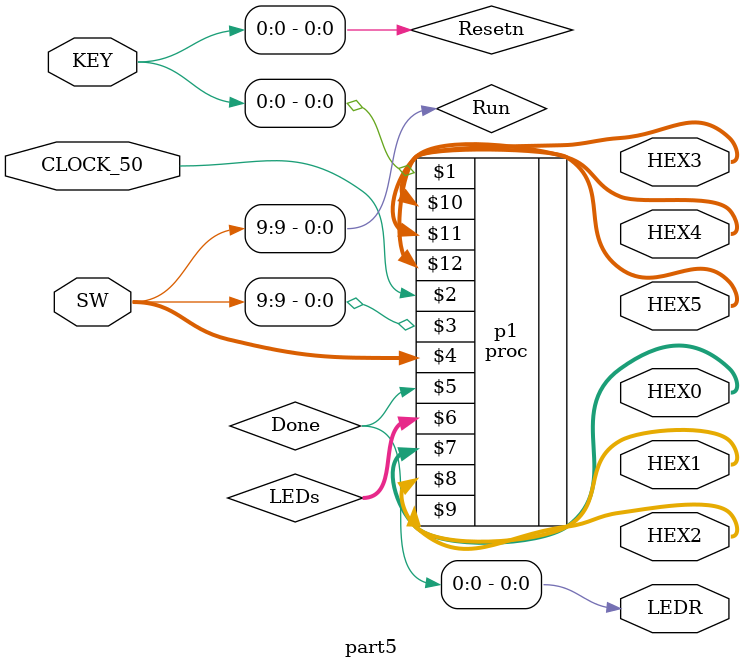
<source format=v>
`timescale 1ns / 1ns

module part5(
	input [9:0] SW,
	input [3:0] KEY,
	input CLOCK_50,
	output [9:0] LEDR,
	output [6:0] HEX0,
	output [6:0] HEX1,
	output [6:0] HEX2,
	output [6:0] HEX3,
	output [6:0] HEX4, 
	output [6:0] HEX5
);
	
	wire inEdge;

	wire Run;
	wire Done;
	wire Resetn;
	wire [15:0] LEDs;
	reg [4:0] addr;
	
	assign Resetn = KEY[0];
	
	assign Run = SW[9];
	

	proc p1 (Resetn, CLOCK_50, Run, SW, Done, LEDs, HEX0, HEX1, HEX2, HEX3, HEX4, HEX5);
	
	//assign outputs
	assign LEDR[0] = Done;
	
	/* hex_digits h0(LEDs[3:0], HEX0);
	hex_digits h1(LEDs[7:4], HEX1);
	hex_digits h2(LEDs[11:8], HEX2);
	hex_digits h3(LEDs[15:12], HEX3); */
	
endmodule



</source>
